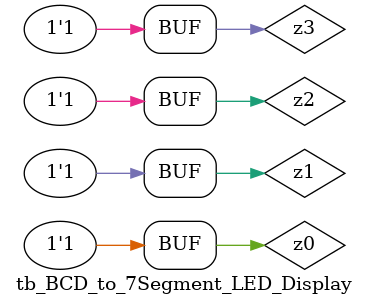
<source format=v>
`timescale 1ns / 1ps

module tb_BCD_to_7Segment_LED_Display;
    // Inputs to be defined as registers
    reg z0,z1,z2,z3;
    // Outputs to be defined as wires
    wire a,b,c,d,e,f,g,dp,an0,an1,an2,an3;
    
    
    // Instantiate the Unit Under Test (UUT)
    // Records what's in the wave form by this format: wire/reg(coressponding name to be displayed on wave form) 
    BCD_to_7Segment_LED_Display_Structural uut (
        .z0(z0),
        .z1(z1),
        .z2(z2),
        .z3(z3),
        .a(a),
        .b(b),
        .c(c),
        .d(d),
        .e(e),
        .f(f),
        .g(g),
        .dp(dp),
        .an0(an0),
        .an1(an1),
        .an2(an2),
        .an3(an3)
        );
        
        // Begin the waveforms
        
        initial begin
        
        // Initialize inputs to 0
        
        $display("TC00");
        z3 = 0;
        z2 = 0;
        z1 = 0;
        z0 = 0;
        #50;
        if({a,b,c,d,e,f,g} != 7'b0000001) $display("Result is wrong");
        
        
        $display("TC01");
        z3 = 0;
        z2 = 0;
        z1 = 0;
        z0 = 1;
        #50;
        if({a,b,c,d,e,f,g} != 7'b1001111) $display("Result is wrong");

        
        $display("TC02");
        z3 = 0;
        z2 = 0;
        z1 = 1;
        z0 = 0;
        #50;
        if({a,b,c,d,e,f,g} != 7'b0010010) $display("Result is wrong");
        
        
        $display("TC03");
        z3 = 0;
        z2 = 0;
        z1 = 1;
        z0 = 1;
        #50;
        if({a,b,c,d,e,f,g} != 7'b0000110) $display("Result is wrong");
        
        $display("TC04");
        z3 = 0;
        z2 = 1;
        z1 = 0;
        z0 = 0;
        #50;
        if({a,b,c,d,e,f,g} != 7'b1001100) $display("Result is wrong");
        
        
        $display("TC05");
        z3 = 0;
        z2 = 1;
        z1 = 0;
        z0 = 1;
        #50;
        if({a,b,c,d,e,f,g} != 7'b0100100) $display("Result is wrong");
        
        
        // ask about how 6 should be displayed
        $display("TC06");
        z3 = 0;
        z2 = 1;
        z1 = 1;
        z0 = 0;
        #50;
        if({a,b,c,d,e,f,g} != 7'b0100000) $display("Result is wrong");
        
       
        $display("TC07");
        z3 = 0;
        z2 = 1;
        z1 = 1;
        z0 = 1;
        #50;
        if({a,b,c,d,e,f,g} != 7'b0001111) $display("Result is wrong");
        
        $display("TC08");
        z3 = 1;
        z2 = 0;
        z1 = 0;
        z0 = 0;
        #50;
        if({a,b,c,d,e,f,g} != 7'b0000000) $display("Result is wrong");
        
        
        // ask how 9 should be displayed
        $display("TC09");
        z3 = 1;
        z2 = 0;
        z1 = 0;
        z0 = 1;
        #50;
        if({a,b,c,d,e,f,g} != 7'b0000100) $display("Result is wrong");
        
        
        $display("TC10");
        z3 = 1;
        z2 = 0;
        z1 = 1;
        z0 = 0;
        #50;
        if({a,b,c,d,e,f,g} != 7'b1111111) $display("Result is wrong");
        
        
        $display("TC11");
        z3 = 1;
        z2 = 0;
        z1 = 1;
        z0 = 1;
        #50;
        if({a,b,c,d,e,f,g} != 7'b1111111) $display("Result is wrong");
        
        
        $display("TC12");
        z3 = 1;
        z2 = 1;
        z1 = 0;
        z0 = 0;
        #50;
        if({a,b,c,d,e,f,g} != 7'b1111111) $display("Result is wrong");
        
        
        $display("TC13");
        z3 = 1;
        z2 = 1;
        z1 = 0;
        z0 = 1;
        #50;
        if({a,b,c,d,e,f,g} != 7'b1111111) $display("Result is wrong");
        
        
        $display("TC14");
        z3 = 1;
        z2 = 1;
        z1 = 1;
        z0 = 0;
        #50;
        if({a,b,c,d,e,f,g} != 7'b1111111) $display("Result is wrong");
        
        $display("TC15");
        z3 = 1;
        z2 = 1;
        z1 = 1;
        z0 = 1;
        #50;
        if({a,b,c,d,e,f,g} != 7'b1111111) $display("Result is wrong");
        
        
        end

endmodule

</source>
